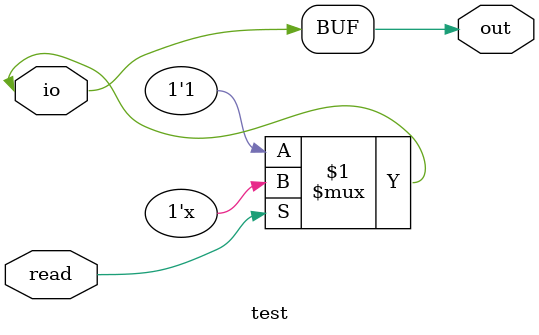
<source format=sv>
module test(input read, inout io, output out);

assign out = io;
// tri state buffer
assign io  = (read) ? 1'bz : 1'b1;

endmodule
</source>
